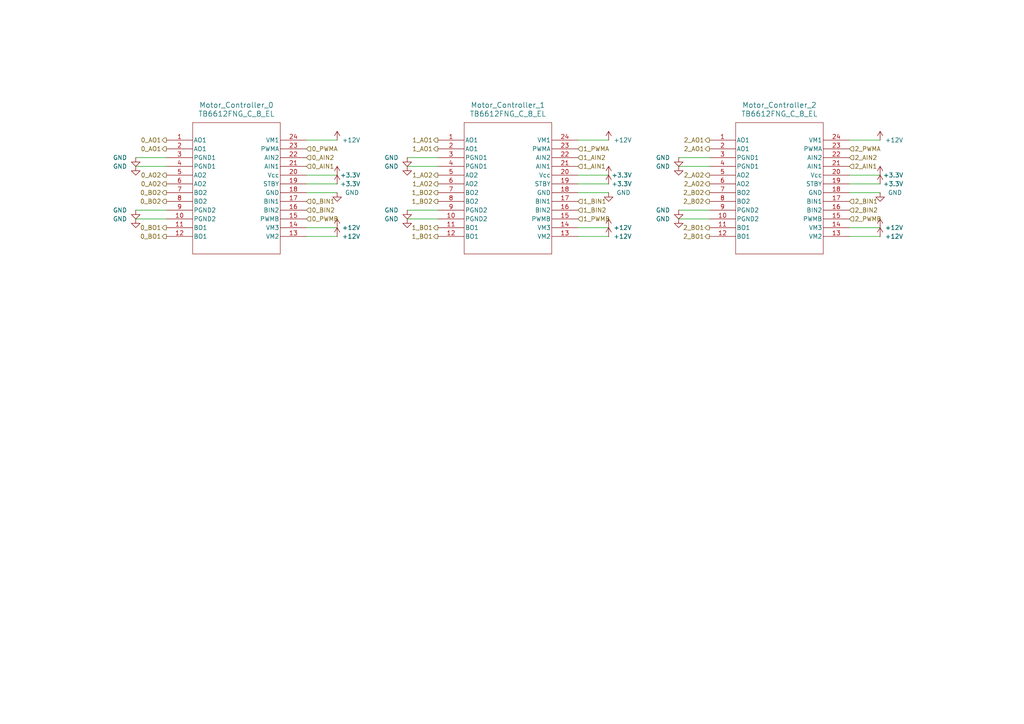
<source format=kicad_sch>
(kicad_sch (version 20250114) (generator "eeschema") (generator_version "9.0")
  (paper "A4")
  (title_block (title "TB6612FNG Motor Drivers") (date "04/19/2025"))
  (lib_symbols
    (symbol "2025-04-19_18-48-50:TB6612FNG_C_8_EL" (pin_names (offset 0.254))
      (property "Reference" "U" (at 20.32 10.16 0))
      (property "Value" "TB6612FNG_C_8_EL" (at 20.32 7.62 0))
      (symbol "TB6612FNG_C_8_EL_0_1"
        (polyline (pts (xy 7.62 5.08) (xy 7.62 -33.02)) (stroke (width 0.127)))
        (polyline (pts (xy 7.62 -33.02) (xy 33.02 -33.02)) (stroke (width 0.127)))
        (polyline (pts (xy 33.02 5.08) (xy 7.62 5.08)) (stroke (width 0.127)))
        (polyline (pts (xy 33.02 -33.02) (xy 33.02 5.08)) (stroke (width 0.127)))
        (pin output line (at 0 0 0) (length 7.62) (name "AO1") (number "1"))
        (pin output line (at 0 -2.54 0) (length 7.62) (name "AO1") (number "2"))
        (pin power_out line (at 0 -5.08 0) (length 7.62) (name "PGND1") (number "3"))
        (pin power_out line (at 0 -7.62 0) (length 7.62) (name "PGND1") (number "4"))
        (pin output line (at 0 -10.16 0) (length 7.62) (name "AO2") (number "5"))
        (pin output line (at 0 -12.7 0) (length 7.62) (name "AO2") (number "6"))
        (pin output line (at 0 -15.24 0) (length 7.62) (name "BO2") (number "7"))
        (pin output line (at 0 -17.78 0) (length 7.62) (name "BO2") (number "8"))
        (pin power_out line (at 0 -20.32 0) (length 7.62) (name "PGND2") (number "9"))
        (pin power_out line (at 0 -22.86 0) (length 7.62) (name "PGND2") (number "10"))
        (pin output line (at 0 -25.4 0) (length 7.62) (name "BO1") (number "11"))
        (pin output line (at 0 -27.94 0) (length 7.62) (name "BO1") (number "12"))
        (pin power_in line (at 40.64 0 180) (length 7.62) (name "VM1") (number "24"))
        (pin input line (at 40.64 -2.54 180) (length 7.62) (name "PWMA") (number "23"))
        (pin input line (at 40.64 -5.08 180) (length 7.62) (name "AIN2") (number "22"))
        (pin input line (at 40.64 -7.62 180) (length 7.62) (name "AIN1") (number "21"))
        (pin power_in line (at 40.64 -10.16 180) (length 7.62) (name "Vcc") (number "20"))
        (pin input line (at 40.64 -12.7 180) (length 7.62) (name "STBY") (number "19"))
        (pin power_out line (at 40.64 -15.24 180) (length 7.62) (name "GND") (number "18"))
        (pin input line (at 40.64 -17.78 180) (length 7.62) (name "BIN1") (number "17"))
        (pin input line (at 40.64 -20.32 180) (length 7.62) (name "BIN2") (number "16"))
        (pin input line (at 40.64 -22.86 180) (length 7.62) (name "PWMB") (number "15"))
        (pin power_in line (at 40.64 -25.4 180) (length 7.62) (name "VM3") (number "14"))
        (pin power_in line (at 40.64 -27.94 180) (length 7.62) (name "VM2") (number "13"))
      )
    )
    (symbol "power:+12V" (power) (pin_numbers (hide yes)) (pin_names (offset 0) (hide yes))
      (property "Value" "+12V" (at 0 3.556 0))
      (symbol "+12V_0_1"
        (polyline (pts (xy -0.762 1.27) (xy 0 2.54)))
        (polyline (pts (xy 0 2.54) (xy 0.762 1.27)))
        (polyline (pts (xy 0 0) (xy 0 2.54)))
      )
      (symbol "+12V_1_1"
        (pin power_in line (at 0 0 90) (length 0) (name "~") (number "1"))
      )
    )
    (symbol "power:+3.3V" (power) (pin_numbers (hide yes)) (pin_names (offset 0) (hide yes))
      (property "Value" "+3.3V" (at 0 3.556 0))
      (symbol "+3.3V_0_1"
        (polyline (pts (xy -0.762 1.27) (xy 0 2.54)))
        (polyline (pts (xy 0 2.54) (xy 0.762 1.27)))
        (polyline (pts (xy 0 0) (xy 0 2.54)))
      )
      (symbol "+3.3V_1_1"
        (pin power_in line (at 0 0 90) (length 0) (name "~") (number "1"))
      )
    )
    (symbol "power:GND" (power) (pin_numbers (hide yes)) (pin_names (offset 0) (hide yes))
      (property "Value" "GND" (at 0 -3.81 0))
      (symbol "GND_0_1"
        (polyline (pts (xy 0 0) (xy 0 -1.27) (xy 1.27 -1.27) (xy 0 -2.54) (xy -1.27 -1.27) (xy 0 -1.27)))
      )
      (symbol "GND_1_1"
        (pin power_in line (at 0 0 270) (length 0) (name "~") (number "1"))
      )
    )
  )
  (wire (pts (xy 97.79 50.8) (xy 88.9 50.8)))
  (wire (pts (xy 196.85 48.26) (xy 205.74 48.26)))
  (wire (pts (xy 196.85 45.72) (xy 205.74 45.72)))
  (wire (pts (xy 167.64 40.64) (xy 176.53 40.64)))
  (wire (pts (xy 167.64 66.04) (xy 176.53 66.04)))
  (wire (pts (xy 88.9 66.04) (xy 97.79 66.04)))
  (wire (pts (xy 167.64 55.88) (xy 176.53 55.88)))
  (wire (pts (xy 39.37 60.96) (xy 48.26 60.96)))
  (wire (pts (xy 88.9 40.64) (xy 97.79 40.64)))
  (wire (pts (xy 196.85 63.5) (xy 205.74 63.5)))
  (wire (pts (xy 118.11 63.5) (xy 127 63.5)))
  (wire (pts (xy 246.38 53.34) (xy 255.27 53.34)))
  (wire (pts (xy 88.9 68.58) (xy 97.79 68.58)))
  (wire (pts (xy 39.37 63.5) (xy 48.26 63.5)))
  (wire (pts (xy 88.9 55.88) (xy 97.79 55.88)))
  (wire (pts (xy 167.64 68.58) (xy 176.53 68.58)))
  (wire (pts (xy 118.11 60.96) (xy 127 60.96)))
  (wire (pts (xy 39.37 45.72) (xy 48.26 45.72)))
  (wire (pts (xy 246.38 40.64) (xy 255.27 40.64)))
  (wire (pts (xy 246.38 66.04) (xy 255.27 66.04)))
  (wire (pts (xy 167.64 53.34) (xy 176.53 53.34)))
  (wire (pts (xy 88.9 53.34) (xy 97.79 53.34)))
  (wire (pts (xy 176.53 50.8) (xy 167.64 50.8)))
  (wire (pts (xy 246.38 68.58) (xy 255.27 68.58)))
  (wire (pts (xy 39.37 48.26) (xy 48.26 48.26)))
  (wire (pts (xy 196.85 60.96) (xy 205.74 60.96)))
  (wire (pts (xy 246.38 55.88) (xy 255.27 55.88)))
  (wire (pts (xy 118.11 48.26) (xy 127 48.26)))
  (wire (pts (xy 255.27 50.8) (xy 246.38 50.8)))
  (wire (pts (xy 118.11 45.72) (xy 127 45.72)))
  (hierarchical_label "0_BIN2" (shape input) (at 88.9 60.96 0))
  (hierarchical_label "1_BIN2" (shape input) (at 167.64 60.96 0))
  (hierarchical_label "1_PWMB" (shape input) (at 167.64 63.5 0))
  (hierarchical_label "2_BIN1" (shape input) (at 246.38 58.42 0))
  (hierarchical_label "0_AIN1" (shape input) (at 88.9 48.26 0))
  (hierarchical_label "1_BO1" (shape output) (at 127 66.04 180))
  (hierarchical_label "0_BO2" (shape output) (at 48.26 55.88 180))
  (hierarchical_label "2_BO2" (shape output) (at 205.74 58.42 180))
  (hierarchical_label "1_AIN1" (shape input) (at 167.64 48.26 0))
  (hierarchical_label "0_BO1" (shape output) (at 48.26 68.58 180))
  (hierarchical_label "1_AO1" (shape output) (at 127 43.18 180))
  (hierarchical_label "1_AO2" (shape output) (at 127 53.34 180))
  (hierarchical_label "0_AO1" (shape output) (at 48.26 43.18 180))
  (hierarchical_label "0_BIN1" (shape input) (at 88.9 58.42 0))
  (hierarchical_label "2_BO2" (shape output) (at 205.74 55.88 180))
  (hierarchical_label "2_AO2" (shape output) (at 205.74 53.34 180))
  (hierarchical_label "1_AO2" (shape output) (at 127 50.8 180))
  (hierarchical_label "0_PWMA" (shape input) (at 88.9 43.18 0))
  (hierarchical_label "1_BO1" (shape output) (at 127 68.58 180))
  (hierarchical_label "1_PWMA" (shape input) (at 167.64 43.18 0))
  (hierarchical_label "0_AIN2" (shape input) (at 88.9 45.72 0))
  (hierarchical_label "2_BO1" (shape output) (at 205.74 68.58 180))
  (hierarchical_label "2_AO1" (shape output) (at 205.74 40.64 180))
  (hierarchical_label "0_BO2" (shape output) (at 48.26 58.42 180))
  (hierarchical_label "2_AIN1" (shape input) (at 246.38 48.26 0))
  (hierarchical_label "0_AO1" (shape output) (at 48.26 40.64 180))
  (hierarchical_label "1_AO1" (shape output) (at 127 40.64 180))
  (hierarchical_label "1_BIN1" (shape input) (at 167.64 58.42 0))
  (hierarchical_label "2_BO1" (shape output) (at 205.74 66.04 180))
  (hierarchical_label "2_AIN2" (shape input) (at 246.38 45.72 0))
  (hierarchical_label "0_AO2" (shape output) (at 48.26 53.34 180))
  (hierarchical_label "2_AO2" (shape output) (at 205.74 50.8 180))
  (hierarchical_label "2_PWMA" (shape input) (at 246.38 43.18 0))
  (hierarchical_label "0_AO2" (shape output) (at 48.26 50.8 180))
  (hierarchical_label "2_PWMB" (shape input) (at 246.38 63.5 0))
  (hierarchical_label "1_BO2" (shape output) (at 127 55.88 180))
  (hierarchical_label "0_BO1" (shape output) (at 48.26 66.04 180))
  (hierarchical_label "2_BIN2" (shape input) (at 246.38 60.96 0))
  (hierarchical_label "2_AO1" (shape output) (at 205.74 43.18 180))
  (hierarchical_label "1_AIN2" (shape input) (at 167.64 45.72 0))
  (hierarchical_label "1_BO2" (shape output) (at 127 58.42 180))
  (hierarchical_label "0_PWMB" (shape input) (at 88.9 63.5 0))
  (symbol (lib_id "power:GND") (at 118.11 63.5 0) (unit 1)
    (property "Reference" "#PWR06" (effects (hide yes)))
    (property "Value" "GND" (at 113.538 63.5 0))
    (property "Description" "Power symbol creates a global label with name \"GND\" , ground" (effects (hide yes)))
  )
  (symbol (lib_id "power:GND") (at 39.37 48.26 0) (unit 1)
    (property "Reference" "#PWR012" (effects (hide yes)))
    (property "Value" "GND" (at 34.798 48.26 0))
    (property "Description" "Power symbol creates a global label with name \"GND\" , ground" (effects (hide yes)))
  )
  (symbol (lib_id "power:GND") (at 196.85 63.5 0) (unit 1)
    (property "Reference" "#PWR024" (effects (hide yes)))
    (property "Value" "GND" (at 192.278 63.5 0))
    (property "Description" "Power symbol creates a global label with name \"GND\" , ground" (effects (hide yes)))
  )
  (symbol (lib_id "power:+12V") (at 97.79 66.04 0) (unit 1)
    (property "Reference" "#PWR019" (effects (hide yes)))
    (property "Value" "+12V" (at 101.854 66.04 0))
    (property "Description" "Power symbol creates a global label with name \"+12V\"" (effects (hide yes)))
  )
  (symbol (lib_id "power:GND") (at 39.37 60.96 0) (unit 1)
    (property "Reference" "#PWR013" (effects (hide yes)))
    (property "Value" "GND" (at 34.798 60.96 0))
    (property "Description" "Power symbol creates a global label with name \"GND\" , ground" (effects (hide yes)))
  )
  (symbol (lib_id "power:+3.3V") (at 255.27 53.34 0) (unit 1)
    (property "Reference" "#PWR027" (effects (hide yes)))
    (property "Value" "+3.3V" (at 259.08 53.34 0))
    (property "Description" "Power symbol creates a global label with name \"+3.3V\"" (effects (hide yes)))
  )
  (symbol (lib_id "2025-04-19_18-48-50:TB6612FNG_C_8_EL") (at 48.26 40.64 0) (unit 1)
    (property "Reference" "Motor_Controller_0" (at 68.58 30.48 0) (effects (font (size 1.524 1.524))))
    (property "Value" "TB6612FNG_C_8_EL" (at 68.58 33.02 0) (effects (font (size 1.524 1.524))))
    (property "Footprint" "SSOP24-P-300-0p65A_TOS" (effects (hide yes)))
    (property "Datasheet" "TB6612FNG_C_8_EL" (effects (hide yes)))
  )
  (symbol (lib_id "power:+12V") (at 176.53 68.58 0) (unit 1)
    (property "Reference" "#PWR010" (effects (hide yes)))
    (property "Value" "+12V" (at 180.594 68.58 0))
    (property "Description" "Power symbol creates a global label with name \"+12V\"" (effects (hide yes)))
  )
  (symbol (lib_id "power:+12V") (at 255.27 66.04 0) (unit 1)
    (property "Reference" "#PWR029" (effects (hide yes)))
    (property "Value" "+12V" (at 259.334 66.04 0))
    (property "Description" "Power symbol creates a global label with name \"+12V\"" (effects (hide yes)))
  )
  (symbol (lib_id "power:+12V") (at 255.27 68.58 0) (unit 1)
    (property "Reference" "#PWR030" (effects (hide yes)))
    (property "Value" "+12V" (at 259.334 68.58 0))
    (property "Description" "Power symbol creates a global label with name \"+12V\"" (effects (hide yes)))
  )
  (symbol (lib_id "power:GND") (at 196.85 45.72 0) (unit 1)
    (property "Reference" "#PWR021" (effects (hide yes)))
    (property "Value" "GND" (at 192.278 45.72 0))
    (property "Description" "Power symbol creates a global label with name \"GND\" , ground" (effects (hide yes)))
  )
  (symbol (lib_id "power:GND") (at 176.53 55.88 0) (unit 1)
    (property "Reference" "#PWR07" (effects (hide yes)))
    (property "Value" "GND" (at 180.848 55.88 0))
    (property "Description" "Power symbol creates a global label with name \"GND\" , ground" (effects (hide yes)))
  )
  (symbol (lib_id "power:+3.3V") (at 255.27 50.8 0) (unit 1)
    (property "Reference" "#PWR026" (effects (hide yes)))
    (property "Value" "+3.3V" (at 259.08 50.8 0))
    (property "Description" "Power symbol creates a global label with name \"+3.3V\"" (effects (hide yes)))
  )
  (symbol (lib_id "power:+12V") (at 97.79 68.58 0) (unit 1)
    (property "Reference" "#PWR020" (effects (hide yes)))
    (property "Value" "+12V" (at 101.854 68.58 0))
    (property "Description" "Power symbol creates a global label with name \"+12V\"" (effects (hide yes)))
  )
  (symbol (lib_id "power:GND") (at 118.11 45.72 0) (unit 1)
    (property "Reference" "#PWR03" (effects (hide yes)))
    (property "Value" "GND" (at 113.538 45.72 0))
    (property "Description" "Power symbol creates a global label with name \"GND\" , ground" (effects (hide yes)))
  )
  (symbol (lib_id "power:+12V") (at 176.53 40.64 0) (unit 1)
    (property "Reference" "#PWR02" (effects (hide yes)))
    (property "Value" "+12V" (at 180.594 40.64 0))
    (property "Description" "Power symbol creates a global label with name \"+12V\"" (effects (hide yes)))
  )
  (symbol (lib_id "power:GND") (at 196.85 60.96 0) (unit 1)
    (property "Reference" "#PWR023" (effects (hide yes)))
    (property "Value" "GND" (at 192.278 60.96 0))
    (property "Description" "Power symbol creates a global label with name \"GND\" , ground" (effects (hide yes)))
  )
  (symbol (lib_id "power:+3.3V") (at 176.53 50.8 0) (unit 1)
    (property "Reference" "#PWR01" (effects (hide yes)))
    (property "Value" "+3.3V" (at 180.34 50.8 0))
    (property "Description" "Power symbol creates a global label with name \"+3.3V\"" (effects (hide yes)))
  )
  (symbol (lib_id "power:+3.3V") (at 176.53 53.34 0) (unit 1)
    (property "Reference" "#PWR08" (effects (hide yes)))
    (property "Value" "+3.3V" (at 180.34 53.34 0))
    (property "Description" "Power symbol creates a global label with name \"+3.3V\"" (effects (hide yes)))
  )
  (symbol (lib_id "2025-04-19_18-48-50:TB6612FNG_C_8_EL") (at 205.74 40.64 0) (unit 1)
    (property "Reference" "Motor_Controller_2" (at 226.06 30.48 0) (effects (font (size 1.524 1.524))))
    (property "Value" "TB6612FNG_C_8_EL" (at 226.06 33.02 0) (effects (font (size 1.524 1.524))))
    (property "Footprint" "SSOP24-P-300-0p65A_TOS" (effects (hide yes)))
    (property "Datasheet" "TB6612FNG_C_8_EL" (effects (hide yes)))
  )
  (symbol (lib_id "power:+12V") (at 97.79 40.64 0) (unit 1)
    (property "Reference" "#PWR015" (effects (hide yes)))
    (property "Value" "+12V" (at 101.854 40.64 0))
    (property "Description" "Power symbol creates a global label with name \"+12V\"" (effects (hide yes)))
  )
  (symbol (lib_id "power:+3.3V") (at 97.79 50.8 0) (unit 1)
    (property "Reference" "#PWR016" (effects (hide yes)))
    (property "Value" "+3.3V" (at 101.6 50.8 0))
    (property "Description" "Power symbol creates a global label with name \"+3.3V\"" (effects (hide yes)))
  )
  (symbol (lib_id "power:+12V") (at 255.27 40.64 0) (unit 1)
    (property "Reference" "#PWR025" (effects (hide yes)))
    (property "Value" "+12V" (at 259.334 40.64 0))
    (property "Description" "Power symbol creates a global label with name \"+12V\"" (effects (hide yes)))
  )
  (symbol (lib_id "power:+12V") (at 176.53 66.04 0) (unit 1)
    (property "Reference" "#PWR09" (effects (hide yes)))
    (property "Value" "+12V" (at 180.594 66.04 0))
    (property "Description" "Power symbol creates a global label with name \"+12V\"" (effects (hide yes)))
  )
  (symbol (lib_id "power:GND") (at 196.85 48.26 0) (unit 1)
    (property "Reference" "#PWR022" (effects (hide yes)))
    (property "Value" "GND" (at 192.278 48.26 0))
    (property "Description" "Power symbol creates a global label with name \"GND\" , ground" (effects (hide yes)))
  )
  (symbol (lib_id "power:GND") (at 118.11 60.96 0) (unit 1)
    (property "Reference" "#PWR05" (effects (hide yes)))
    (property "Value" "GND" (at 113.538 60.96 0))
    (property "Description" "Power symbol creates a global label with name \"GND\" , ground" (effects (hide yes)))
  )
  (symbol (lib_id "power:GND") (at 39.37 63.5 0) (unit 1)
    (property "Reference" "#PWR014" (effects (hide yes)))
    (property "Value" "GND" (at 34.798 63.5 0))
    (property "Description" "Power symbol creates a global label with name \"GND\" , ground" (effects (hide yes)))
  )
  (symbol (lib_id "power:GND") (at 97.79 55.88 0) (unit 1)
    (property "Reference" "#PWR018" (effects (hide yes)))
    (property "Value" "GND" (at 102.108 55.88 0))
    (property "Description" "Power symbol creates a global label with name \"GND\" , ground" (effects (hide yes)))
  )
  (symbol (lib_id "power:+3.3V") (at 97.79 53.34 0) (unit 1)
    (property "Reference" "#PWR017" (effects (hide yes)))
    (property "Value" "+3.3V" (at 101.6 53.34 0))
    (property "Description" "Power symbol creates a global label with name \"+3.3V\"" (effects (hide yes)))
  )
  (symbol (lib_id "power:GND") (at 255.27 55.88 0) (unit 1)
    (property "Reference" "#PWR028" (effects (hide yes)))
    (property "Value" "GND" (at 259.588 55.88 0))
    (property "Description" "Power symbol creates a global label with name \"GND\" , ground" (effects (hide yes)))
  )
  (symbol (lib_id "power:GND") (at 118.11 48.26 0) (unit 1)
    (property "Reference" "#PWR04" (effects (hide yes)))
    (property "Value" "GND" (at 113.538 48.26 0))
    (property "Description" "Power symbol creates a global label with name \"GND\" , ground" (effects (hide yes)))
  )
  (symbol (lib_id "2025-04-19_18-48-50:TB6612FNG_C_8_EL") (at 127 40.64 0) (unit 1)
    (property "Reference" "Motor_Controller_1" (at 147.32 30.48 0) (effects (font (size 1.524 1.524))))
    (property "Value" "TB6612FNG_C_8_EL" (at 147.32 33.02 0) (effects (font (size 1.524 1.524))))
    (property "Footprint" "SSOP24-P-300-0p65A_TOS" (effects (hide yes)))
    (property "Datasheet" "TB6612FNG_C_8_EL" (effects (hide yes)))
  )
  (symbol (lib_id "power:GND") (at 39.37 45.72 0) (unit 1)
    (property "Reference" "#PWR011" (effects (hide yes)))
    (property "Value" "GND" (at 34.798 45.72 0))
    (property "Description" "Power symbol creates a global label with name \"GND\" , ground" (effects (hide yes)))
  )
)
</source>
